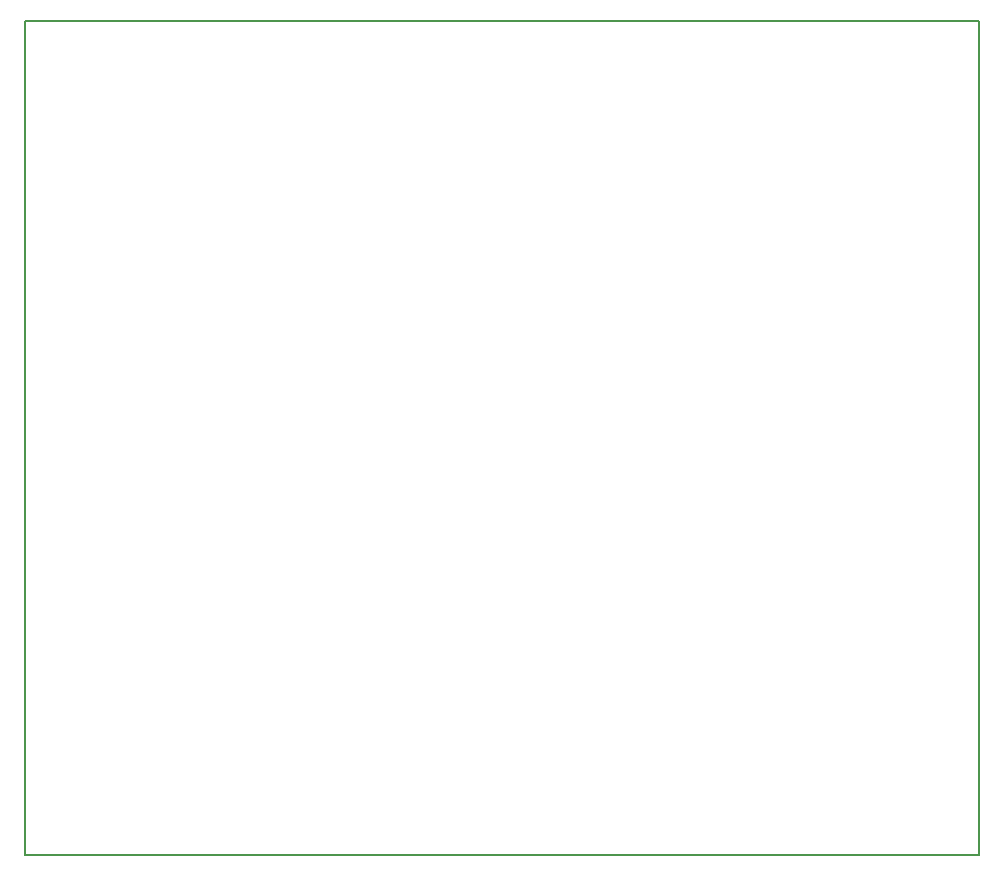
<source format=gbr>
G04 #@! TF.FileFunction,Profile,NP*
%FSLAX46Y46*%
G04 Gerber Fmt 4.6, Leading zero omitted, Abs format (unit mm)*
G04 Created by KiCad (PCBNEW 0.201503110816+5502~22~ubuntu14.10.1-product) date St 11. březen 2015, 15:56:56 CET*
%MOMM*%
G01*
G04 APERTURE LIST*
%ADD10C,0.150000*%
G04 APERTURE END LIST*
D10*
X187706000Y-56134000D02*
X106934000Y-56134000D01*
X187706000Y-126746000D02*
X187706000Y-56134000D01*
X106934000Y-126746000D02*
X187706000Y-126746000D01*
X106934000Y-56134000D02*
X106934000Y-126746000D01*
M02*

</source>
